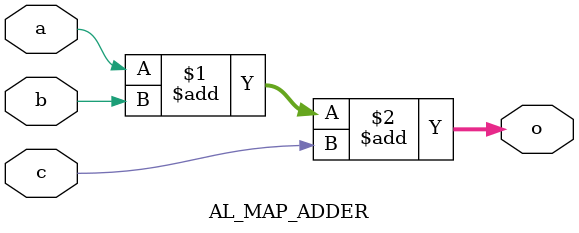
<source format=v>

module AL_MAP_SEQ (
	output reg q,
	input ce,
	input clk,
	input sr,
	input d
);
	parameter DFFMODE = "FF"; //FF,LATCH
	parameter REGSET = "RESET"; //RESET/SET
	parameter SRMUX = "SR"; //SR/INV
	parameter SRMODE = "SYNC"; //SYNC/ASYNC

	wire srmux;
	generate
		case (SRMUX)
			"SR": assign srmux = sr;
			"INV": assign srmux = ~sr;
			default: assign srmux = sr;
		endcase
	endgenerate

	wire regset;
	generate
		case (REGSET)
			"RESET": assign regset = 1'b0;
			"SET": assign regset = 1'b1;
			default: assign regset = 1'b0;
		endcase
	endgenerate

	initial q = regset;

	generate
		if (DFFMODE == "FF")
		begin
			if (SRMODE == "ASYNC")
			begin
				always @(posedge clk, posedge srmux)
					if (srmux)
						q <= regset;
					else if (ce)
						q <= d;
			end
			else
			begin
				always @(posedge clk)
					if (srmux)
						q <= regset;
					else if (ce)
						q <= d;
			end
		end
		else
		begin
			// DFFMODE == "LATCH"
			if (SRMODE == "ASYNC")
			begin
				always @*
					if (srmux)
						q <= regset;
					else if (~clk & ce)
						q <= d;
			end
			else
			begin
				always @*
					if (~clk) begin
						if (srmux)
							q <= regset;
						else if (ce)
							q <= d;
					end
			end
		end
    endgenerate
endmodule

module AL_MAP_LUT1 (
	output o,
	input a
);
	parameter [1:0] INIT = 2'h0;
	parameter EQN = "(A)";

	assign o = a ? INIT[1] : INIT[0];	
endmodule

module AL_MAP_LUT2 (
	output o,
	input a,
	input b
);
	parameter [3:0] INIT = 4'h0;
	parameter EQN = "(A)";

	wire [1:0] s1 = b ? INIT[ 3:2] : INIT[1:0];
	assign o = a ? s1[1] : s1[0];	
endmodule

module AL_MAP_LUT3 (
	output o,
	input a,
	input b,
	input c
);
	parameter [7:0] INIT = 8'h0;
	parameter EQN = "(A)";

	wire [3:0] s2 = c ? INIT[ 7:4] : INIT[3:0];
	wire [1:0] s1 = b ?   s2[ 3:2] :   s2[1:0];
	assign o = a ? s1[1] : s1[0];	
endmodule

module AL_MAP_LUT4 (
	output o,
	input a,
	input b,
	input c,
	input d
);
	parameter [15:0] INIT = 16'h0;
	parameter EQN = "(A)";

	wire [7:0] s3 = d ? INIT[15:8] : INIT[7:0];
	wire [3:0] s2 = c ?   s3[ 7:4] :   s3[3:0];
	wire [1:0] s1 = b ?   s2[ 3:2] :   s2[1:0];
	assign o = a ? s1[1] : s1[0];	
endmodule

module AL_MAP_LUT5 (
	output o,
	input a,
	input b,
	input c,
	input d,
	input e
);
	parameter [31:0] INIT = 32'h0;
	parameter EQN = "(A)";
	assign o = INIT >> {e, d, c, b, a};
endmodule


module AL_MAP_LUT6 (
	output o,
	input a,
	input b,
	input c,
	input d,
	input e,
	input f
);
	parameter [63:0] INIT = 64'h0;
	parameter EQN = "(A)";
	assign o = INIT >> {f, e, d, c, b, a};
endmodule

module AL_MAP_ALU2B (
   input cin,
   input a0, b0, c0, d0,
   input a1, b1, c1, d1,
   output s0, s1, cout
);
	parameter [15:0] INIT0 = 16'h0000;
	parameter [15:0] INIT1 = 16'h0000;
	parameter FUNC0 = "NO";
	parameter FUNC1 = "NO";
endmodule

module AL_MAP_ADDER (
  input a,
  input b,
  input c,
  output [1:0] o
);
	parameter ALUTYPE = "ADD";

	generate
		case (ALUTYPE)
			"ADD": 		 assign o = a + b + c;
			"SUB": 		 assign o = a - b - c;
			"A_LE_B":    assign o = a - b - c;

			"ADD_CARRY":    assign o = {  a, 1'b0 };
			"SUB_CARRY":    assign o = { ~a, 1'b0 };
			"A_LE_B_CARRY": assign o = {  a, 1'b0 };
			default: assign o = a + b + c;
		endcase
	endgenerate	

endmodule

</source>
